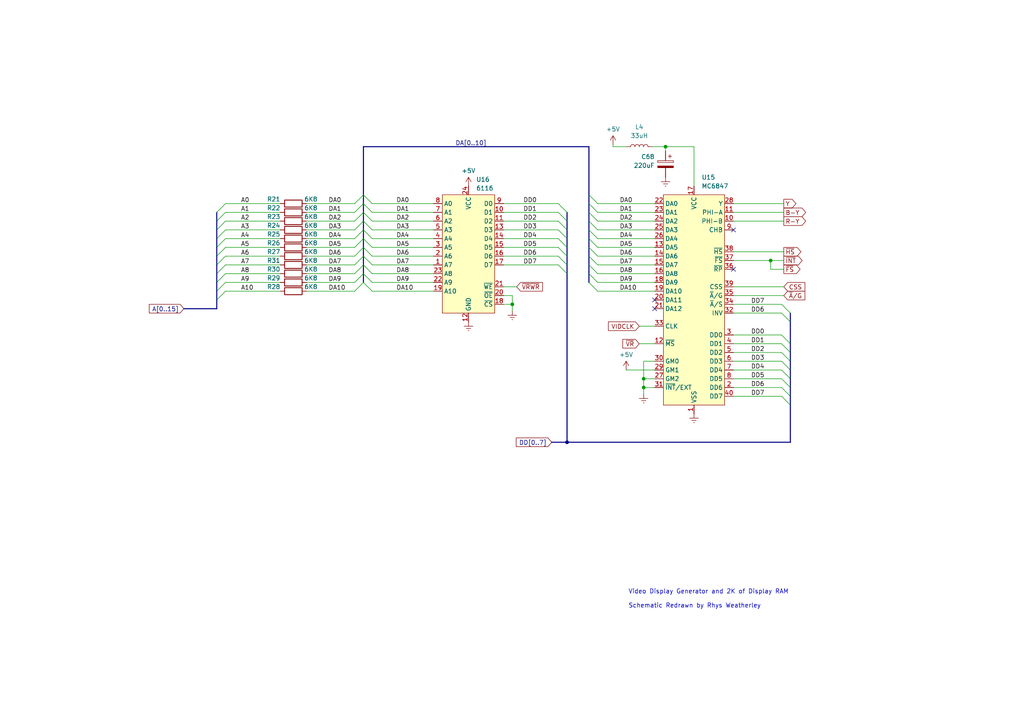
<source format=kicad_sch>
(kicad_sch (version 20230121) (generator eeschema)
  (paper "A4")
  (title_block (title "VZ300 Computer") (date "1985") (rev "1"))
  (lib_symbols
    (symbol "Device:C_Polarized" (pin_numbers hide) (pin_names (offset 0.254))
      (property "Reference" "C" (at 0.635 2.54 0))
      (property "Value" "C_Polarized" (at 0.635 -2.54 0))
      (symbol "C_Polarized_0_1"
        (rectangle (start -2.286 0.508) (end 2.286 1.016))
        (polyline (pts (xy -1.778 2.286) (xy -0.762 2.286)))
        (polyline (pts (xy -1.27 2.794) (xy -1.27 1.778)))
        (rectangle (start 2.286 -0.508) (end -2.286 -1.016) (fill (type outline)))
      )
      (symbol "C_Polarized_1_1"
        (pin passive line (at 0 3.81 270) (length 2.794) (name "~") (number "1"))
        (pin passive line (at 0 -3.81 90) (length 2.794) (name "~") (number "2"))
      )
    )
    (symbol "Device:L" (pin_numbers hide) (pin_names (offset 1.016) hide)
      (property "Reference" "L" (at -1.27 0 90))
      (property "Value" "L" (at 1.905 0 90))
      (symbol "L_0_1"
        (arc (start 0 -2.54) (mid 0.6323 -1.905) (end 0 -1.27))
        (arc (start 0 -1.27) (mid 0.6323 -0.635) (end 0 0))
        (arc (start 0 0) (mid 0.6323 0.635) (end 0 1.27))
        (arc (start 0 1.27) (mid 0.6323 1.905) (end 0 2.54))
      )
      (symbol "L_1_1"
        (pin passive line (at 0 3.81 270) (length 1.27) (name "1") (number "1"))
        (pin passive line (at 0 -3.81 90) (length 1.27) (name "2") (number "2"))
      )
    )
    (symbol "Device:R" (pin_numbers hide) (pin_names (offset 0))
      (property "Reference" "R" (at 2.032 0 90))
      (property "Value" "R" (at 0 0 90))
      (symbol "R_0_1"
        (rectangle (start -1.016 -2.54) (end 1.016 2.54) (stroke (width 0.254)))
      )
      (symbol "R_1_1"
        (pin passive line (at 0 3.81 270) (length 1.27) (name "~") (number "1"))
        (pin passive line (at 0 -3.81 90) (length 1.27) (name "~") (number "2"))
      )
    )
    (symbol "RAM_6116:6116_2K_x_8_Static_RAM"
      (property "Reference" "U" (at 3.81 2.54 0))
      (property "Value" "6116" (at 5.08 0 0))
      (symbol "6116_2K_x_8_Static_RAM_1_1"
        (rectangle (start -7.62 -2.54) (end 7.62 -36.83) (fill (type background)))
        (pin input line (at -10.16 -22.86 0) (length 2.54) (name "A7") (number "1"))
        (pin bidirectional line (at 10.16 -7.62 180) (length 2.54) (name "D1") (number "10"))
        (pin bidirectional line (at 10.16 -10.16 180) (length 2.54) (name "D2") (number "11"))
        (pin power_in line (at 0 -39.37 90) (length 2.54) (name "GND") (number "12"))
        (pin bidirectional line (at 10.16 -12.7 180) (length 2.54) (name "D3") (number "13"))
        (pin bidirectional line (at 10.16 -15.24 180) (length 2.54) (name "D4") (number "14"))
        (pin bidirectional line (at 10.16 -17.78 180) (length 2.54) (name "D5") (number "15"))
        (pin bidirectional line (at 10.16 -20.32 180) (length 2.54) (name "D6") (number "16"))
        (pin bidirectional line (at 10.16 -22.86 180) (length 2.54) (name "D7") (number "17"))
        (pin input line (at 10.16 -34.29 180) (length 2.54) (name "~{CS}") (number "18"))
        (pin input line (at -10.16 -30.48 0) (length 2.54) (name "A10") (number "19"))
        (pin input line (at -10.16 -20.32 0) (length 2.54) (name "A6") (number "2"))
        (pin input line (at 10.16 -31.75 180) (length 2.54) (name "~{OE}") (number "20"))
        (pin input line (at 10.16 -29.21 180) (length 2.54) (name "~{WE}") (number "21"))
        (pin input line (at -10.16 -27.94 0) (length 2.54) (name "A9") (number "22"))
        (pin input line (at -10.16 -25.4 0) (length 2.54) (name "A8") (number "23"))
        (pin power_in line (at 0 0 270) (length 2.54) (name "VCC") (number "24"))
        (pin input line (at -10.16 -17.78 0) (length 2.54) (name "A5") (number "3"))
        (pin input line (at -10.16 -15.24 0) (length 2.54) (name "A4") (number "4"))
        (pin input line (at -10.16 -12.7 0) (length 2.54) (name "A3") (number "5"))
        (pin input line (at -10.16 -10.16 0) (length 2.54) (name "A2") (number "6"))
        (pin input line (at -10.16 -7.62 0) (length 2.54) (name "A1") (number "7"))
        (pin input line (at -10.16 -5.08 0) (length 2.54) (name "A0") (number "8"))
        (pin bidirectional line (at 10.16 -5.08 180) (length 2.54) (name "D0") (number "9"))
      )
    )
    (symbol "VDG_MC6847:MC6847"
      (property "Reference" "U" (at 3.81 1.27 0))
      (property "Value" "MC6847" (at 6.35 -1.27 0))
      (symbol "MC6847_1_1"
        (rectangle (start -8.89 -2.54) (end 8.89 -63.5) (fill (type background)))
        (pin power_in line (at 0 -66.04 90) (length 2.54) (name "VSS") (number "1"))
        (pin output line (at 11.43 -10.16 180) (length 2.54) (name "PHI-B") (number "10"))
        (pin output line (at 11.43 -7.62 180) (length 2.54) (name "PHI-A") (number "11"))
        (pin input line (at -11.43 -45.72 0) (length 2.54) (name "~{MS}") (number "12"))
        (pin output line (at -11.43 -17.78 0) (length 2.54) (name "DA5") (number "13"))
        (pin output line (at -11.43 -20.32 0) (length 2.54) (name "DA6") (number "14"))
        (pin output line (at -11.43 -22.86 0) (length 2.54) (name "DA7") (number "15"))
        (pin output line (at -11.43 -25.4 0) (length 2.54) (name "DA8") (number "16"))
        (pin power_in line (at 0 0 270) (length 2.54) (name "VCC") (number "17"))
        (pin output line (at -11.43 -27.94 0) (length 2.54) (name "DA9") (number "18"))
        (pin output line (at -11.43 -30.48 0) (length 2.54) (name "DA10") (number "19"))
        (pin input line (at 11.43 -58.42 180) (length 2.54) (name "DD6") (number "2"))
        (pin output line (at -11.43 -33.02 0) (length 2.54) (name "DA11") (number "20"))
        (pin output line (at -11.43 -35.56 0) (length 2.54) (name "DA12") (number "21"))
        (pin output line (at -11.43 -5.08 0) (length 2.54) (name "DA0") (number "22"))
        (pin output line (at -11.43 -7.62 0) (length 2.54) (name "DA1") (number "23"))
        (pin output line (at -11.43 -10.16 0) (length 2.54) (name "DA2") (number "24"))
        (pin output line (at -11.43 -12.7 0) (length 2.54) (name "DA3") (number "25"))
        (pin output line (at -11.43 -15.24 0) (length 2.54) (name "DA4") (number "26"))
        (pin input line (at -11.43 -55.88 0) (length 2.54) (name "GM2") (number "27"))
        (pin output line (at 11.43 -5.08 180) (length 2.54) (name "Y") (number "28"))
        (pin input line (at -11.43 -53.34 0) (length 2.54) (name "GM1") (number "29"))
        (pin input line (at 11.43 -43.18 180) (length 2.54) (name "DD0") (number "3"))
        (pin input line (at -11.43 -50.8 0) (length 2.54) (name "GM0") (number "30"))
        (pin input line (at -11.43 -58.42 0) (length 2.54) (name "~{INT}/EXT") (number "31"))
        (pin input line (at 11.43 -36.83 180) (length 2.54) (name "INV") (number "32"))
        (pin input line (at -11.43 -40.64 0) (length 2.54) (name "CLK") (number "33"))
        (pin input line (at 11.43 -34.29 180) (length 2.54) (name "~{A}/S") (number "34"))
        (pin input line (at 11.43 -31.75 180) (length 2.54) (name "~{A}/G") (number "35"))
        (pin output line (at 11.43 -24.13 180) (length 2.54) (name "~{RP}") (number "36"))
        (pin output line (at 11.43 -21.59 180) (length 2.54) (name "~{FS}") (number "37"))
        (pin output line (at 11.43 -19.05 180) (length 2.54) (name "~{HS}") (number "38"))
        (pin input line (at 11.43 -29.21 180) (length 2.54) (name "CSS") (number "39"))
        (pin input line (at 11.43 -45.72 180) (length 2.54) (name "DD1") (number "4"))
        (pin input line (at 11.43 -60.96 180) (length 2.54) (name "DD7") (number "40"))
        (pin input line (at 11.43 -48.26 180) (length 2.54) (name "DD2") (number "5"))
        (pin input line (at 11.43 -50.8 180) (length 2.54) (name "DD3") (number "6"))
        (pin input line (at 11.43 -53.34 180) (length 2.54) (name "DD4") (number "7"))
        (pin input line (at 11.43 -55.88 180) (length 2.54) (name "DD5") (number "8"))
        (pin output line (at 11.43 -12.7 180) (length 2.54) (name "CHB") (number "9"))
      )
    )
    (symbol "power:+5V" (power) (pin_names (offset 0))
      (property "Value" "+5V" (at 0 3.556 0))
      (symbol "+5V_0_1"
        (polyline (pts (xy -0.762 1.27) (xy 0 2.54)))
        (polyline (pts (xy 0 0) (xy 0 2.54)))
        (polyline (pts (xy 0 2.54) (xy 0.762 1.27)))
      )
      (symbol "+5V_1_1"
        (pin power_in line (at 0 0 90) (length 0) hide (name "+5V") (number "1"))
      )
    )
    (symbol "power:Earth" (power) (pin_names (offset 0))
      (symbol "Earth_0_1"
        (polyline (pts (xy -0.635 -1.905) (xy 0.635 -1.905)))
        (polyline (pts (xy -0.127 -2.54) (xy 0.127 -2.54)))
        (polyline (pts (xy 0 -1.27) (xy 0 0)))
        (polyline (pts (xy 1.27 -1.27) (xy -1.27 -1.27)))
      )
      (symbol "Earth_1_1"
        (pin power_in line (at 0 0 270) (length 0) hide (name "Earth") (number "1"))
      )
    )
  )
  (junction (at 186.69 112.395))
  (junction (at 164.465 128.27))
  (junction (at 148.59 88.265))
  (junction (at 223.52 75.565))
  (junction (at 186.69 109.855))
  (junction (at 193.04 42.545))
  (no_connect (at 189.865 86.995))
  (no_connect (at 189.865 89.535))
  (no_connect (at 212.725 78.105))
  (no_connect (at 212.725 66.675))
  (bus_entry (at 161.925 71.755) (size 2.54 2.54))
  (bus_entry (at 105.41 71.755) (size 2.54 2.54))
  (bus_entry (at 65.405 64.135) (size -2.54 2.54))
  (bus_entry (at 226.695 114.935) (size 2.54 2.54))
  (bus_entry (at 226.695 107.315) (size 2.54 2.54))
  (bus_entry (at 102.87 76.835) (size 2.54 -2.54))
  (bus_entry (at 102.87 59.055) (size 2.54 -2.54))
  (bus_entry (at 105.41 61.595) (size 2.54 2.54))
  (bus_entry (at 226.695 99.695) (size 2.54 2.54))
  (bus_entry (at 65.405 81.915) (size -2.54 2.54))
  (bus_entry (at 105.41 66.675) (size 2.54 2.54))
  (bus_entry (at 161.925 76.835) (size 2.54 2.54))
  (bus_entry (at 65.405 61.595) (size -2.54 2.54))
  (bus_entry (at 226.695 90.805) (size 2.54 2.54))
  (bus_entry (at 226.695 97.155) (size 2.54 2.54))
  (bus_entry (at 170.815 66.675) (size 2.54 2.54))
  (bus_entry (at 65.405 66.675) (size -2.54 2.54))
  (bus_entry (at 170.815 76.835) (size 2.54 2.54))
  (bus_entry (at 226.695 104.775) (size 2.54 2.54))
  (bus_entry (at 105.41 79.375) (size 2.54 2.54))
  (bus_entry (at 226.695 102.235) (size 2.54 2.54))
  (bus_entry (at 105.41 64.135) (size 2.54 2.54))
  (bus_entry (at 161.925 74.295) (size 2.54 2.54))
  (bus_entry (at 161.925 66.675) (size 2.54 2.54))
  (bus_entry (at 105.41 69.215) (size 2.54 2.54))
  (bus_entry (at 102.87 61.595) (size 2.54 -2.54))
  (bus_entry (at 161.925 64.135) (size 2.54 2.54))
  (bus_entry (at 170.815 64.135) (size 2.54 2.54))
  (bus_entry (at 161.925 59.055) (size 2.54 2.54))
  (bus_entry (at 170.815 81.915) (size 2.54 2.54))
  (bus_entry (at 170.815 61.595) (size 2.54 2.54))
  (bus_entry (at 105.41 56.515) (size 2.54 2.54))
  (bus_entry (at 105.41 76.835) (size 2.54 2.54))
  (bus_entry (at 105.41 81.915) (size 2.54 2.54))
  (bus_entry (at 102.87 64.135) (size 2.54 -2.54))
  (bus_entry (at 170.815 69.215) (size 2.54 2.54))
  (bus_entry (at 65.405 79.375) (size -2.54 2.54))
  (bus_entry (at 105.41 74.295) (size 2.54 2.54))
  (bus_entry (at 65.405 69.215) (size -2.54 2.54))
  (bus_entry (at 226.695 88.265) (size 2.54 2.54))
  (bus_entry (at 105.41 59.055) (size 2.54 2.54))
  (bus_entry (at 102.87 81.915) (size 2.54 -2.54))
  (bus_entry (at 102.87 84.455) (size 2.54 -2.54))
  (bus_entry (at 161.925 61.595) (size 2.54 2.54))
  (bus_entry (at 65.405 74.295) (size -2.54 2.54))
  (bus_entry (at 102.87 69.215) (size 2.54 -2.54))
  (bus_entry (at 226.695 109.855) (size 2.54 2.54))
  (bus_entry (at 170.815 59.055) (size 2.54 2.54))
  (bus_entry (at 65.405 76.835) (size -2.54 2.54))
  (bus_entry (at 65.405 71.755) (size -2.54 2.54))
  (bus_entry (at 65.405 84.455) (size -2.54 2.54))
  (bus_entry (at 65.405 59.055) (size -2.54 2.54))
  (bus_entry (at 226.695 112.395) (size 2.54 2.54))
  (bus_entry (at 170.815 79.375) (size 2.54 2.54))
  (bus_entry (at 102.87 71.755) (size 2.54 -2.54))
  (bus_entry (at 161.925 69.215) (size 2.54 2.54))
  (bus_entry (at 102.87 66.675) (size 2.54 -2.54))
  (bus_entry (at 170.815 71.755) (size 2.54 2.54))
  (bus_entry (at 102.87 74.295) (size 2.54 -2.54))
  (bus_entry (at 170.815 56.515) (size 2.54 2.54))
  (bus_entry (at 170.815 74.295) (size 2.54 2.54))
  (bus_entry (at 102.87 79.375) (size 2.54 -2.54))
  (wire (pts (xy 173.355 69.215) (xy 189.865 69.215)))
  (wire (pts (xy 193.04 42.545) (xy 193.04 43.815)))
  (wire (pts (xy 65.405 74.295) (xy 81.28 74.295)))
  (bus (pts (xy 229.235 102.235) (xy 229.235 99.695)))
  (bus (pts (xy 105.41 42.545) (xy 105.41 56.515)))
  (wire (pts (xy 212.725 107.315) (xy 226.695 107.315)))
  (wire (pts (xy 146.05 69.215) (xy 161.925 69.215)))
  (wire (pts (xy 212.725 85.725) (xy 227.33 85.725)))
  (bus (pts (xy 62.865 61.595) (xy 62.865 64.135)))
  (wire (pts (xy 173.355 76.835) (xy 189.865 76.835)))
  (bus (pts (xy 62.865 69.215) (xy 62.865 71.755)))
  (wire (pts (xy 227.33 78.105) (xy 223.52 78.105)))
  (wire (pts (xy 146.05 88.265) (xy 148.59 88.265)))
  (bus (pts (xy 229.235 128.27) (xy 229.235 117.475)))
  (wire (pts (xy 173.355 84.455) (xy 189.865 84.455)))
  (bus (pts (xy 105.41 56.515) (xy 105.41 59.055)))
  (wire (pts (xy 65.405 69.215) (xy 81.28 69.215)))
  (wire (pts (xy 88.9 79.375) (xy 102.87 79.375)))
  (wire (pts (xy 148.59 88.265) (xy 148.59 90.17)))
  (bus (pts (xy 229.235 93.345) (xy 229.235 99.695)))
  (bus (pts (xy 164.465 69.215) (xy 164.465 71.755)))
  (bus (pts (xy 164.465 61.595) (xy 164.465 64.135)))
  (wire (pts (xy 65.405 64.135) (xy 81.28 64.135)))
  (wire (pts (xy 173.355 79.375) (xy 189.865 79.375)))
  (wire (pts (xy 107.95 69.215) (xy 125.73 69.215)))
  (wire (pts (xy 146.05 83.185) (xy 149.86 83.185)))
  (bus (pts (xy 170.815 79.375) (xy 170.815 81.915)))
  (bus (pts (xy 229.235 90.805) (xy 229.235 93.345)))
  (wire (pts (xy 189.23 42.545) (xy 193.04 42.545)))
  (wire (pts (xy 88.9 84.455) (xy 102.87 84.455)))
  (wire (pts (xy 65.405 76.835) (xy 81.28 76.835)))
  (wire (pts (xy 88.9 61.595) (xy 102.87 61.595)))
  (wire (pts (xy 88.9 76.835) (xy 102.87 76.835)))
  (wire (pts (xy 212.725 114.935) (xy 226.695 114.935)))
  (wire (pts (xy 65.405 61.595) (xy 81.28 61.595)))
  (bus (pts (xy 170.815 66.675) (xy 170.815 69.215)))
  (bus (pts (xy 105.41 66.675) (xy 105.41 69.215)))
  (bus (pts (xy 229.235 109.855) (xy 229.235 107.315)))
  (bus (pts (xy 105.41 71.755) (xy 105.41 74.295)))
  (wire (pts (xy 107.95 84.455) (xy 125.73 84.455)))
  (bus (pts (xy 62.865 64.135) (xy 62.865 66.675)))
  (wire (pts (xy 186.69 112.395) (xy 186.69 114.3)))
  (bus (pts (xy 229.235 104.775) (xy 229.235 102.235)))
  (bus (pts (xy 170.815 42.545) (xy 170.815 56.515)))
  (wire (pts (xy 173.355 81.915) (xy 189.865 81.915)))
  (bus (pts (xy 62.865 76.835) (xy 62.865 79.375)))
  (bus (pts (xy 164.465 76.835) (xy 164.465 79.375)))
  (wire (pts (xy 65.405 81.915) (xy 81.28 81.915)))
  (wire (pts (xy 212.725 102.235) (xy 226.695 102.235)))
  (wire (pts (xy 65.405 59.055) (xy 81.28 59.055)))
  (wire (pts (xy 65.405 79.375) (xy 81.28 79.375)))
  (wire (pts (xy 201.295 42.545) (xy 201.295 53.975)))
  (wire (pts (xy 107.95 59.055) (xy 125.73 59.055)))
  (bus (pts (xy 170.815 74.295) (xy 170.815 76.835)))
  (bus (pts (xy 62.865 86.995) (xy 62.865 89.535)))
  (bus (pts (xy 170.815 71.755) (xy 170.815 74.295)))
  (wire (pts (xy 107.95 76.835) (xy 125.73 76.835)))
  (wire (pts (xy 146.05 85.725) (xy 148.59 85.725)))
  (wire (pts (xy 177.8 42.545) (xy 177.8 41.91)))
  (bus (pts (xy 170.815 59.055) (xy 170.815 61.595)))
  (bus (pts (xy 62.865 74.295) (xy 62.865 76.835)))
  (wire (pts (xy 146.05 64.135) (xy 161.925 64.135)))
  (bus (pts (xy 170.815 76.835) (xy 170.815 79.375)))
  (wire (pts (xy 107.95 74.295) (xy 125.73 74.295)))
  (wire (pts (xy 88.9 69.215) (xy 102.87 69.215)))
  (wire (pts (xy 65.405 66.675) (xy 81.28 66.675)))
  (wire (pts (xy 212.725 112.395) (xy 226.695 112.395)))
  (bus (pts (xy 62.865 81.915) (xy 62.865 84.455)))
  (wire (pts (xy 107.95 64.135) (xy 125.73 64.135)))
  (wire (pts (xy 186.69 104.775) (xy 186.69 109.855)))
  (bus (pts (xy 105.41 69.215) (xy 105.41 71.755)))
  (bus (pts (xy 105.41 74.295) (xy 105.41 76.835)))
  (wire (pts (xy 88.9 66.675) (xy 102.87 66.675)))
  (wire (pts (xy 189.865 104.775) (xy 186.69 104.775)))
  (wire (pts (xy 212.725 73.025) (xy 227.33 73.025)))
  (bus (pts (xy 105.41 42.545) (xy 170.815 42.545)))
  (wire (pts (xy 146.05 74.295) (xy 161.925 74.295)))
  (wire (pts (xy 212.725 83.185) (xy 227.33 83.185)))
  (bus (pts (xy 105.41 61.595) (xy 105.41 64.135)))
  (wire (pts (xy 88.9 74.295) (xy 102.87 74.295)))
  (wire (pts (xy 212.725 75.565) (xy 223.52 75.565)))
  (bus (pts (xy 105.41 76.835) (xy 105.41 79.375)))
  (bus (pts (xy 164.465 66.675) (xy 164.465 69.215)))
  (wire (pts (xy 212.725 99.695) (xy 226.695 99.695)))
  (wire (pts (xy 223.52 78.105) (xy 223.52 75.565)))
  (wire (pts (xy 212.725 90.805) (xy 226.695 90.805)))
  (wire (pts (xy 212.725 88.265) (xy 226.695 88.265)))
  (wire (pts (xy 212.725 59.055) (xy 227.33 59.055)))
  (wire (pts (xy 173.355 59.055) (xy 189.865 59.055)))
  (bus (pts (xy 229.235 117.475) (xy 229.235 114.935)))
  (wire (pts (xy 212.725 109.855) (xy 226.695 109.855)))
  (bus (pts (xy 229.235 112.395) (xy 229.235 109.855)))
  (wire (pts (xy 193.04 42.545) (xy 201.295 42.545)))
  (wire (pts (xy 173.355 74.295) (xy 189.865 74.295)))
  (bus (pts (xy 62.865 84.455) (xy 62.865 86.995)))
  (wire (pts (xy 185.42 99.695) (xy 189.865 99.695)))
  (wire (pts (xy 181.61 42.545) (xy 177.8 42.545)))
  (wire (pts (xy 189.865 107.315) (xy 181.61 107.315)))
  (wire (pts (xy 65.405 71.755) (xy 81.28 71.755)))
  (wire (pts (xy 107.95 79.375) (xy 125.73 79.375)))
  (wire (pts (xy 107.95 66.675) (xy 125.73 66.675)))
  (wire (pts (xy 173.355 66.675) (xy 189.865 66.675)))
  (wire (pts (xy 186.69 109.855) (xy 189.865 109.855)))
  (wire (pts (xy 88.9 59.055) (xy 102.87 59.055)))
  (bus (pts (xy 62.865 66.675) (xy 62.865 69.215)))
  (wire (pts (xy 107.95 81.915) (xy 125.73 81.915)))
  (wire (pts (xy 146.05 59.055) (xy 161.925 59.055)))
  (wire (pts (xy 88.9 81.915) (xy 102.87 81.915)))
  (wire (pts (xy 212.725 64.135) (xy 227.33 64.135)))
  (bus (pts (xy 170.815 64.135) (xy 170.815 66.675)))
  (wire (pts (xy 223.52 75.565) (xy 227.33 75.565)))
  (wire (pts (xy 88.9 64.135) (xy 102.87 64.135)))
  (wire (pts (xy 88.9 71.755) (xy 102.87 71.755)))
  (wire (pts (xy 107.95 71.755) (xy 125.73 71.755)))
  (bus (pts (xy 229.235 114.935) (xy 229.235 112.395)))
  (bus (pts (xy 170.815 61.595) (xy 170.815 64.135)))
  (wire (pts (xy 212.725 61.595) (xy 227.33 61.595)))
  (wire (pts (xy 146.05 61.595) (xy 161.925 61.595)))
  (wire (pts (xy 186.69 112.395) (xy 189.865 112.395)))
  (bus (pts (xy 164.465 74.295) (xy 164.465 76.835)))
  (bus (pts (xy 164.465 64.135) (xy 164.465 66.675)))
  (wire (pts (xy 212.725 104.775) (xy 226.695 104.775)))
  (bus (pts (xy 62.865 79.375) (xy 62.865 81.915)))
  (bus (pts (xy 229.235 107.315) (xy 229.235 104.775)))
  (bus (pts (xy 164.465 128.27) (xy 229.235 128.27)))
  (bus (pts (xy 105.41 81.915) (xy 105.41 79.375)))
  (wire (pts (xy 107.95 61.595) (xy 125.73 61.595)))
  (bus (pts (xy 62.865 89.535) (xy 53.34 89.535)))
  (bus (pts (xy 170.815 56.515) (xy 170.815 59.055)))
  (wire (pts (xy 173.355 61.595) (xy 189.865 61.595)))
  (bus (pts (xy 105.41 59.055) (xy 105.41 61.595)))
  (bus (pts (xy 105.41 64.135) (xy 105.41 66.675)))
  (wire (pts (xy 185.42 94.615) (xy 189.865 94.615)))
  (wire (pts (xy 173.355 64.135) (xy 189.865 64.135)))
  (wire (pts (xy 146.05 66.675) (xy 161.925 66.675)))
  (bus (pts (xy 170.815 69.215) (xy 170.815 71.755)))
  (bus (pts (xy 160.02 128.27) (xy 164.465 128.27)))
  (wire (pts (xy 148.59 85.725) (xy 148.59 88.265)))
  (bus (pts (xy 164.465 79.375) (xy 164.465 128.27)))
  (wire (pts (xy 173.355 71.755) (xy 189.865 71.755)))
  (bus (pts (xy 62.865 71.755) (xy 62.865 74.295)))
  (wire (pts (xy 212.725 97.155) (xy 226.695 97.155)))
  (wire (pts (xy 65.405 84.455) (xy 81.28 84.455)))
  (wire (pts (xy 146.05 76.835) (xy 161.925 76.835)))
  (bus (pts (xy 164.465 71.755) (xy 164.465 74.295)))
  (wire (pts (xy 186.69 109.855) (xy 186.69 112.395)))
  (wire (pts (xy 146.05 71.755) (xy 161.925 71.755)))
  (text "Video Display Generator and 2K of Display RAM\n\nSchematic Redrawn by Rhys Weatherley" (at 182.245 176.53 0) (effects (font (size 1.27 1.27)) (justify left bottom)))
  (label "DA[0..10]" (at 132.08 42.545 0))
  (label "A2" (at 69.85 64.135 0))
  (label "DA2" (at 179.705 64.135 0))
  (label "DA9" (at 114.935 81.915 0))
  (label "DA0" (at 179.705 59.055 0))
  (label "DD7" (at 151.765 76.835 0))
  (label "DA9" (at 95.25 81.915 0))
  (label "DD1" (at 217.805 99.695 0))
  (label "A9" (at 69.85 81.915 0))
  (label "DA5" (at 114.935 71.755 0))
  (label "DA4" (at 179.705 69.215 0))
  (label "DA3" (at 114.935 66.675 0))
  (label "DD4" (at 151.765 69.215 0))
  (label "DA0" (at 95.25 59.055 0))
  (label "DD2" (at 217.805 102.235 0))
  (label "A3" (at 69.85 66.675 0))
  (label "A0" (at 69.85 59.055 0))
  (label "DA0" (at 114.935 59.055 0))
  (label "DA1" (at 114.935 61.595 0))
  (label "DA2" (at 114.935 64.135 0))
  (label "DA1" (at 95.25 61.595 0))
  (label "DD0" (at 217.805 97.155 0))
  (label "DA9" (at 179.705 81.915 0))
  (label "DA8" (at 95.25 79.375 0))
  (label "DD2" (at 151.765 64.135 0))
  (label "DA7" (at 95.25 76.835 0))
  (label "DD3" (at 217.805 104.775 0))
  (label "DD3" (at 151.765 66.675 0))
  (label "DA10" (at 95.25 84.455 0))
  (label "DA5" (at 95.25 71.755 0))
  (label "DD0" (at 151.765 59.055 0))
  (label "DA6" (at 114.935 74.295 0))
  (label "DA7" (at 179.705 76.835 0))
  (label "A8" (at 69.85 79.375 0))
  (label "DA1" (at 179.705 61.595 0))
  (label "DD4" (at 217.805 107.315 0))
  (label "DA10" (at 179.705 84.455 0))
  (label "A7" (at 69.85 76.835 0))
  (label "DD6" (at 151.765 74.295 0))
  (label "DA6" (at 179.705 74.295 0))
  (label "A10" (at 69.85 84.455 0))
  (label "DA4" (at 95.25 69.215 0))
  (label "DD1" (at 151.765 61.595 0))
  (label "DD5" (at 217.805 109.855 0))
  (label "DA10" (at 114.935 84.455 0))
  (label "A6" (at 69.85 74.295 0))
  (label "DA6" (at 95.25 74.295 0))
  (label "DA5" (at 179.705 71.755 0))
  (label "DD6" (at 217.805 112.395 0))
  (label "DA3" (at 95.25 66.675 0))
  (label "A1" (at 69.85 61.595 0))
  (label "DD6" (at 217.805 90.805 0))
  (label "A4" (at 69.85 69.215 0))
  (label "A5" (at 69.85 71.755 0))
  (label "DD5" (at 151.765 71.755 0))
  (label "DA3" (at 179.705 66.675 0))
  (label "DA7" (at 114.935 76.835 0))
  (label "DD7" (at 217.805 114.935 0))
  (label "DA2" (at 95.25 64.135 0))
  (label "DA4" (at 114.935 69.215 0))
  (label "DD7" (at 217.805 88.265 0))
  (label "DA8" (at 114.935 79.375 0))
  (label "DA8" (at 179.705 79.375 0))
  (global_label "~{A}{slash}G" (shape input) (at 227.33 85.725 0) (property "Intersheetrefs" "${INTERSHEET_REFS}" (effects hide)))
  (global_label "Y" (shape output) (at 227.33 59.055 0) (property "Intersheetrefs" "${INTERSHEET_REFS}" (effects hide)))
  (global_label "VIDCLK" (shape input) (at 185.42 94.615 180) (property "Intersheetrefs" "${INTERSHEET_REFS}" (effects hide)))
  (global_label "~{FS}" (shape output) (at 227.33 78.105 0) (property "Intersheetrefs" "${INTERSHEET_REFS}" (effects hide)))
  (global_label "CSS" (shape input) (at 227.33 83.185 0) (property "Intersheetrefs" "${INTERSHEET_REFS}" (effects hide)))
  (global_label "R-Y" (shape output) (at 227.33 64.135 0) (property "Intersheetrefs" "${INTERSHEET_REFS}" (effects hide)))
  (global_label "B-Y" (shape output) (at 227.33 61.595 0) (property "Intersheetrefs" "${INTERSHEET_REFS}" (effects hide)))
  (global_label "~{INT}" (shape output) (at 227.33 75.565 0) (property "Intersheetrefs" "${INTERSHEET_REFS}" (effects hide)))
  (global_label "A[0..15]" (shape input) (at 53.34 89.535 180) (property "Intersheetrefs" "${INTERSHEET_REFS}" (effects hide)))
  (global_label "~{VR}" (shape input) (at 185.42 99.695 180) (property "Intersheetrefs" "${INTERSHEET_REFS}" (effects hide)))
  (global_label "DD[0..7]" (shape input) (at 160.02 128.27 180) (property "Intersheetrefs" "${INTERSHEET_REFS}" (effects hide)))
  (global_label "~{HS}" (shape output) (at 227.33 73.025 0) (property "Intersheetrefs" "${INTERSHEET_REFS}" (effects hide)))
  (global_label "~{VRWR}" (shape input) (at 149.86 83.185 0) (property "Intersheetrefs" "${INTERSHEET_REFS}" (effects hide)))
  (symbol (lib_id "Device:R") (at 85.09 64.135 90) (unit 1)
    (property "Reference" "R23" (at 79.375 62.865 90))
    (property "Value" "6K8" (at 90.17 62.865 90))
    (property "Footprint" "Resistor_THT:R_Axial_DIN0207_L6.3mm_D2.5mm_P7.62mm_Horizontal" (effects hide))
  )
  (symbol (lib_id "Device:R") (at 85.09 76.835 90) (unit 1)
    (property "Reference" "R31" (at 79.375 75.565 90))
    (property "Value" "6K8" (at 90.17 75.565 90))
    (property "Footprint" "Resistor_THT:R_Axial_DIN0207_L6.3mm_D2.5mm_P7.62mm_Horizontal" (effects hide))
  )
  (symbol (lib_id "Device:R") (at 85.09 79.375 90) (unit 1)
    (property "Reference" "R30" (at 79.375 78.105 90))
    (property "Value" "6K8" (at 90.17 78.105 90))
    (property "Footprint" "Resistor_THT:R_Axial_DIN0207_L6.3mm_D2.5mm_P7.62mm_Horizontal" (effects hide))
  )
  (symbol (lib_id "RAM_6116:6116_2K_x_8_Static_RAM") (at 135.89 53.975 0) (unit 1)
    (property "Reference" "U16" (at 138.0841 52.07 0) (effects (justify left)))
    (property "Value" "6116" (at 138.0841 54.61 0) (effects (justify left)))
    (property "Footprint" "Package_DIP:DIP-24_W15.24mm" (effects hide))
  )
  (symbol (lib_id "Device:R") (at 85.09 66.675 90) (unit 1)
    (property "Reference" "R24" (at 79.375 65.405 90))
    (property "Value" "6K8" (at 90.17 65.405 90))
    (property "Footprint" "Resistor_THT:R_Axial_DIN0207_L6.3mm_D2.5mm_P7.62mm_Horizontal" (effects hide))
  )
  (symbol (lib_id "Device:R") (at 85.09 69.215 90) (unit 1)
    (property "Reference" "R25" (at 79.375 67.945 90))
    (property "Value" "6K8" (at 90.17 67.945 90))
    (property "Footprint" "Resistor_THT:R_Axial_DIN0207_L6.3mm_D2.5mm_P7.62mm_Horizontal" (effects hide))
  )
  (symbol (lib_id "Device:R") (at 85.09 84.455 90) (unit 1)
    (property "Reference" "R28" (at 79.375 83.185 90))
    (property "Value" "6K8" (at 90.17 83.185 90))
    (property "Footprint" "Resistor_THT:R_Axial_DIN0207_L6.3mm_D2.5mm_P7.62mm_Horizontal" (effects hide))
  )
  (symbol (lib_id "Device:C_Polarized") (at 193.04 47.625 0) (mirror y) (unit 1)
    (property "Reference" "C68" (at 189.865 45.466 0) (effects (justify left)))
    (property "Value" "220uF" (at 189.865 48.006 0) (effects (justify left)))
  )
  (symbol (lib_id "Device:R") (at 85.09 81.915 90) (unit 1)
    (property "Reference" "R29" (at 79.375 80.645 90))
    (property "Value" "6K8" (at 90.17 80.645 90))
    (property "Footprint" "Resistor_THT:R_Axial_DIN0207_L6.3mm_D2.5mm_P7.62mm_Horizontal" (effects hide))
  )
  (symbol (lib_id "power:+5V") (at 135.89 53.975 0) (unit 1)
    (property "Reference" "#PWR067" (effects hide))
    (property "Value" "+5V" (at 135.89 49.53 0))
  )
  (symbol (lib_id "power:+5V") (at 177.8 41.91 0) (unit 1)
    (property "Reference" "#PWR068" (effects hide))
    (property "Value" "+5V" (at 177.8 37.465 0))
  )
  (symbol (lib_id "power:Earth") (at 201.295 120.015 0) (unit 1)
    (property "Reference" "#PWR069" (effects hide))
    (property "Value" "Earth" (effects hide))
  )
  (symbol (lib_id "Device:R") (at 85.09 61.595 90) (unit 1)
    (property "Reference" "R22" (at 79.375 60.325 90))
    (property "Value" "6K8" (at 90.17 60.325 90))
    (property "Footprint" "Resistor_THT:R_Axial_DIN0207_L6.3mm_D2.5mm_P7.62mm_Horizontal" (effects hide))
  )
  (symbol (lib_id "power:+5V") (at 181.61 107.315 0) (unit 1)
    (property "Reference" "#PWR071" (effects hide))
    (property "Value" "+5V" (at 181.61 102.87 0))
  )
  (symbol (lib_id "power:Earth") (at 193.04 51.435 0) (unit 1)
    (property "Reference" "#PWR065" (effects hide))
    (property "Value" "Earth" (effects hide))
  )
  (symbol (lib_id "Device:R") (at 85.09 71.755 90) (unit 1)
    (property "Reference" "R26" (at 79.375 70.485 90))
    (property "Value" "6K8" (at 90.17 70.485 90))
    (property "Footprint" "Resistor_THT:R_Axial_DIN0207_L6.3mm_D2.5mm_P7.62mm_Horizontal" (effects hide))
  )
  (symbol (lib_id "power:Earth") (at 148.59 90.17 0) (unit 1)
    (property "Reference" "#PWR064" (effects hide))
    (property "Value" "Earth" (effects hide))
  )
  (symbol (lib_id "Device:R") (at 85.09 74.295 90) (unit 1)
    (property "Reference" "R27" (at 79.375 73.025 90))
    (property "Value" "6K8" (at 90.17 73.025 90))
    (property "Footprint" "Resistor_THT:R_Axial_DIN0207_L6.3mm_D2.5mm_P7.62mm_Horizontal" (effects hide))
  )
  (symbol (lib_id "Device:L") (at 185.42 42.545 90) (unit 1)
    (property "Reference" "L4" (at 185.42 36.83 90))
    (property "Value" "33uH" (at 185.42 39.37 90))
  )
  (symbol (lib_id "VDG_MC6847:MC6847") (at 201.295 53.975 0) (unit 1)
    (property "Reference" "U15" (at 203.4891 51.435 0) (effects (justify left)))
    (property "Value" "MC6847" (at 203.4891 53.975 0) (effects (justify left)))
    (property "Footprint" "Package_DIP:DIP-40_W15.24mm" (effects hide))
  )
  (symbol (lib_id "Device:R") (at 85.09 59.055 90) (unit 1)
    (property "Reference" "R21" (at 79.375 57.785 90))
    (property "Value" "6K8" (at 90.17 57.785 90))
    (property "Footprint" "Resistor_THT:R_Axial_DIN0207_L6.3mm_D2.5mm_P7.62mm_Horizontal" (effects hide))
  )
  (symbol (lib_id "power:Earth") (at 186.69 114.3 0) (unit 1)
    (property "Reference" "#PWR070" (effects hide))
    (property "Value" "Earth" (effects hide))
  )
  (symbol (lib_id "power:Earth") (at 135.89 93.345 0) (unit 1)
    (property "Reference" "#PWR063" (effects hide))
    (property "Value" "Earth" (effects hide))
  )
)
</source>
